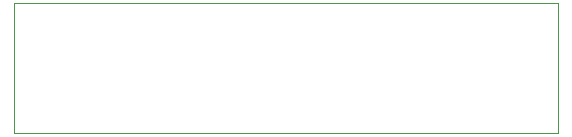
<source format=gm1>
%TF.GenerationSoftware,KiCad,Pcbnew,5.1.8*%
%TF.CreationDate,2020-12-29T16:08:40+01:00*%
%TF.ProjectId,RadioPowerProtection,52616469-6f50-46f7-9765-7250726f7465,rev?*%
%TF.SameCoordinates,Original*%
%TF.FileFunction,Profile,NP*%
%FSLAX46Y46*%
G04 Gerber Fmt 4.6, Leading zero omitted, Abs format (unit mm)*
G04 Created by KiCad (PCBNEW 5.1.8) date 2020-12-29 16:08:40*
%MOMM*%
%LPD*%
G01*
G04 APERTURE LIST*
%TA.AperFunction,Profile*%
%ADD10C,0.100000*%
%TD*%
G04 APERTURE END LIST*
D10*
X171000000Y-98000000D02*
X125000000Y-98000000D01*
X125000000Y-98000000D02*
X125000000Y-87000000D01*
X125000000Y-87000000D02*
X171000000Y-87000000D01*
X171000000Y-87000000D02*
X171000000Y-98000000D01*
M02*

</source>
